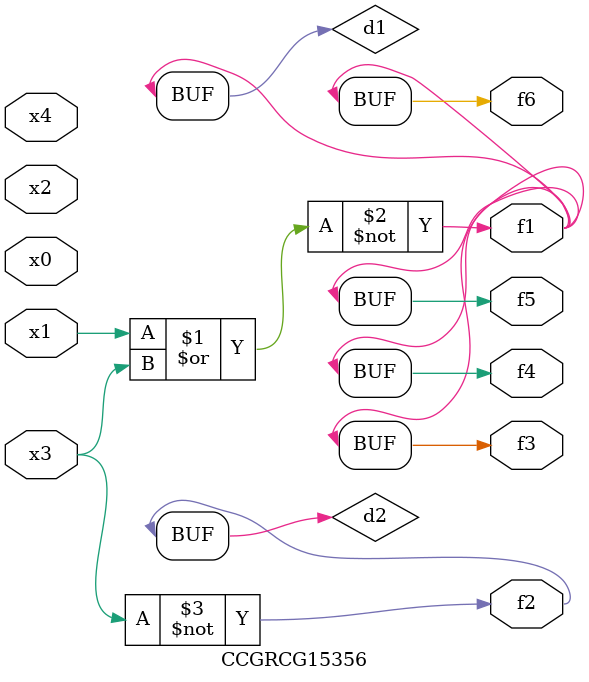
<source format=v>
module CCGRCG15356(
	input x0, x1, x2, x3, x4,
	output f1, f2, f3, f4, f5, f6
);

	wire d1, d2;

	nor (d1, x1, x3);
	not (d2, x3);
	assign f1 = d1;
	assign f2 = d2;
	assign f3 = d1;
	assign f4 = d1;
	assign f5 = d1;
	assign f6 = d1;
endmodule

</source>
